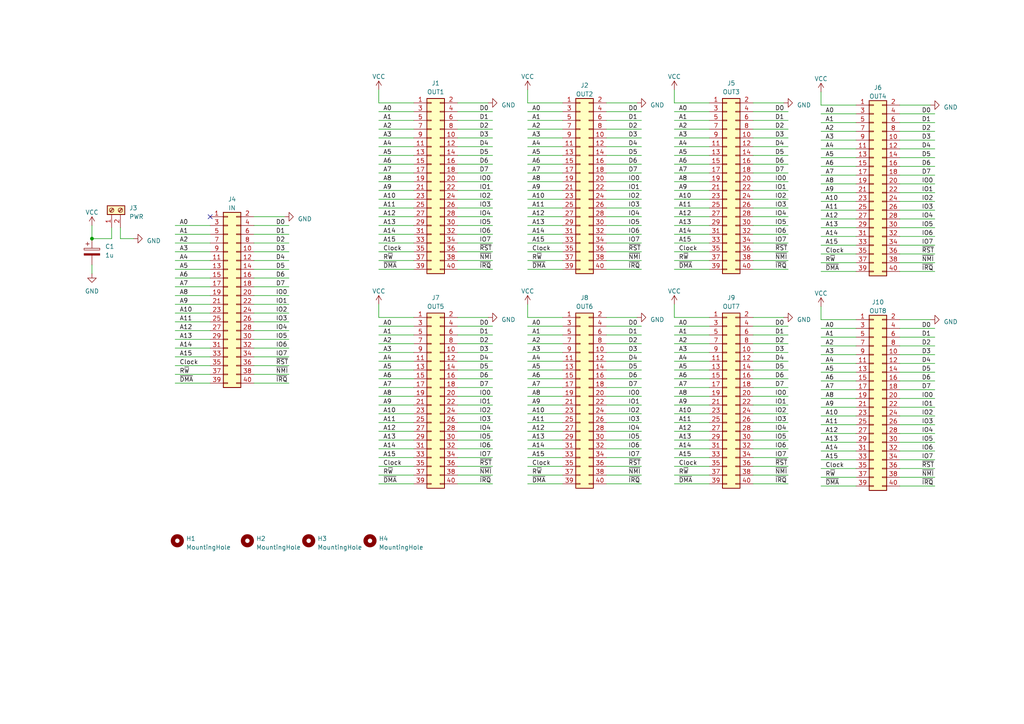
<source format=kicad_sch>
(kicad_sch (version 20230121) (generator eeschema)
  (paper "A4")
  (lib_symbols
    (symbol "Connector:Screw_Terminal_01x02" (pin_names (offset 1.016) hide)
      (property "Reference" "J" (at 0 2.54 0))
      (property "Value" "Screw_Terminal_01x02" (at 0 -5.08 0))
      (symbol "Screw_Terminal_01x02_1_1"
        (rectangle (start -1.27 1.27) (end 1.27 -3.81) (stroke (width 0.254)) (fill (type background)))
        (circle (center 0 -2.54) (radius 0.635) (stroke (width 0.1524)))
        (polyline (pts (xy -0.5334 -2.2098) (xy 0.3302 -3.048)) (stroke (width 0.1524)))
        (polyline (pts (xy -0.5334 0.3302) (xy 0.3302 -0.508)) (stroke (width 0.1524)))
        (polyline (pts (xy -0.3556 -2.032) (xy 0.508 -2.8702)) (stroke (width 0.1524)))
        (polyline (pts (xy -0.3556 0.508) (xy 0.508 -0.3302)) (stroke (width 0.1524)))
        (circle (center 0 0) (radius 0.635) (stroke (width 0.1524)))
        (pin passive line (at -5.08 0 0) (length 3.81) (name "Pin_1") (number "1"))
        (pin passive line (at -5.08 -2.54 0) (length 3.81) (name "Pin_2") (number "2"))
      )
    )
    (symbol "Connector_Generic:Conn_02x20_Odd_Even" (pin_names (offset 1.016) hide)
      (property "Reference" "J" (at 1.27 25.4 0))
      (property "Value" "Conn_02x20_Odd_Even" (at 1.27 -27.94 0))
      (symbol "Conn_02x20_Odd_Even_1_1"
        (rectangle (start -1.27 -25.273) (end 0 -25.527) (stroke (width 0.1524)))
        (rectangle (start -1.27 -22.733) (end 0 -22.987) (stroke (width 0.1524)))
        (rectangle (start -1.27 -20.193) (end 0 -20.447) (stroke (width 0.1524)))
        (rectangle (start -1.27 -17.653) (end 0 -17.907) (stroke (width 0.1524)))
        (rectangle (start -1.27 -15.113) (end 0 -15.367) (stroke (width 0.1524)))
        (rectangle (start -1.27 -12.573) (end 0 -12.827) (stroke (width 0.1524)))
        (rectangle (start -1.27 -10.033) (end 0 -10.287) (stroke (width 0.1524)))
        (rectangle (start -1.27 -7.493) (end 0 -7.747) (stroke (width 0.1524)))
        (rectangle (start -1.27 -4.953) (end 0 -5.207) (stroke (width 0.1524)))
        (rectangle (start -1.27 -2.413) (end 0 -2.667) (stroke (width 0.1524)))
        (rectangle (start -1.27 0.127) (end 0 -0.127) (stroke (width 0.1524)))
        (rectangle (start -1.27 2.667) (end 0 2.413) (stroke (width 0.1524)))
        (rectangle (start -1.27 5.207) (end 0 4.953) (stroke (width 0.1524)))
        (rectangle (start -1.27 7.747) (end 0 7.493) (stroke (width 0.1524)))
        (rectangle (start -1.27 10.287) (end 0 10.033) (stroke (width 0.1524)))
        (rectangle (start -1.27 12.827) (end 0 12.573) (stroke (width 0.1524)))
        (rectangle (start -1.27 15.367) (end 0 15.113) (stroke (width 0.1524)))
        (rectangle (start -1.27 17.907) (end 0 17.653) (stroke (width 0.1524)))
        (rectangle (start -1.27 20.447) (end 0 20.193) (stroke (width 0.1524)))
        (rectangle (start -1.27 22.987) (end 0 22.733) (stroke (width 0.1524)))
        (rectangle (start -1.27 24.13) (end 3.81 -26.67) (stroke (width 0.254)) (fill (type background)))
        (rectangle (start 3.81 -25.273) (end 2.54 -25.527) (stroke (width 0.1524)))
        (rectangle (start 3.81 -22.733) (end 2.54 -22.987) (stroke (width 0.1524)))
        (rectangle (start 3.81 -20.193) (end 2.54 -20.447) (stroke (width 0.1524)))
        (rectangle (start 3.81 -17.653) (end 2.54 -17.907) (stroke (width 0.1524)))
        (rectangle (start 3.81 -15.113) (end 2.54 -15.367) (stroke (width 0.1524)))
        (rectangle (start 3.81 -12.573) (end 2.54 -12.827) (stroke (width 0.1524)))
        (rectangle (start 3.81 -10.033) (end 2.54 -10.287) (stroke (width 0.1524)))
        (rectangle (start 3.81 -7.493) (end 2.54 -7.747) (stroke (width 0.1524)))
        (rectangle (start 3.81 -4.953) (end 2.54 -5.207) (stroke (width 0.1524)))
        (rectangle (start 3.81 -2.413) (end 2.54 -2.667) (stroke (width 0.1524)))
        (rectangle (start 3.81 0.127) (end 2.54 -0.127) (stroke (width 0.1524)))
        (rectangle (start 3.81 2.667) (end 2.54 2.413) (stroke (width 0.1524)))
        (rectangle (start 3.81 5.207) (end 2.54 4.953) (stroke (width 0.1524)))
        (rectangle (start 3.81 7.747) (end 2.54 7.493) (stroke (width 0.1524)))
        (rectangle (start 3.81 10.287) (end 2.54 10.033) (stroke (width 0.1524)))
        (rectangle (start 3.81 12.827) (end 2.54 12.573) (stroke (width 0.1524)))
        (rectangle (start 3.81 15.367) (end 2.54 15.113) (stroke (width 0.1524)))
        (rectangle (start 3.81 17.907) (end 2.54 17.653) (stroke (width 0.1524)))
        (rectangle (start 3.81 20.447) (end 2.54 20.193) (stroke (width 0.1524)))
        (rectangle (start 3.81 22.987) (end 2.54 22.733) (stroke (width 0.1524)))
        (pin passive line (at -5.08 22.86 0) (length 3.81) (name "Pin_1") (number "1"))
        (pin passive line (at 7.62 12.7 180) (length 3.81) (name "Pin_10") (number "10"))
        (pin passive line (at -5.08 10.16 0) (length 3.81) (name "Pin_11") (number "11"))
        (pin passive line (at 7.62 10.16 180) (length 3.81) (name "Pin_12") (number "12"))
        (pin passive line (at -5.08 7.62 0) (length 3.81) (name "Pin_13") (number "13"))
        (pin passive line (at 7.62 7.62 180) (length 3.81) (name "Pin_14") (number "14"))
        (pin passive line (at -5.08 5.08 0) (length 3.81) (name "Pin_15") (number "15"))
        (pin passive line (at 7.62 5.08 180) (length 3.81) (name "Pin_16") (number "16"))
        (pin passive line (at -5.08 2.54 0) (length 3.81) (name "Pin_17") (number "17"))
        (pin passive line (at 7.62 2.54 180) (length 3.81) (name "Pin_18") (number "18"))
        (pin passive line (at -5.08 0 0) (length 3.81) (name "Pin_19") (number "19"))
        (pin passive line (at 7.62 22.86 180) (length 3.81) (name "Pin_2") (number "2"))
        (pin passive line (at 7.62 0 180) (length 3.81) (name "Pin_20") (number "20"))
        (pin passive line (at -5.08 -2.54 0) (length 3.81) (name "Pin_21") (number "21"))
        (pin passive line (at 7.62 -2.54 180) (length 3.81) (name "Pin_22") (number "22"))
        (pin passive line (at -5.08 -5.08 0) (length 3.81) (name "Pin_23") (number "23"))
        (pin passive line (at 7.62 -5.08 180) (length 3.81) (name "Pin_24") (number "24"))
        (pin passive line (at -5.08 -7.62 0) (length 3.81) (name "Pin_25") (number "25"))
        (pin passive line (at 7.62 -7.62 180) (length 3.81) (name "Pin_26") (number "26"))
        (pin passive line (at -5.08 -10.16 0) (length 3.81) (name "Pin_27") (number "27"))
        (pin passive line (at 7.62 -10.16 180) (length 3.81) (name "Pin_28") (number "28"))
        (pin passive line (at -5.08 -12.7 0) (length 3.81) (name "Pin_29") (number "29"))
        (pin passive line (at -5.08 20.32 0) (length 3.81) (name "Pin_3") (number "3"))
        (pin passive line (at 7.62 -12.7 180) (length 3.81) (name "Pin_30") (number "30"))
        (pin passive line (at -5.08 -15.24 0) (length 3.81) (name "Pin_31") (number "31"))
        (pin passive line (at 7.62 -15.24 180) (length 3.81) (name "Pin_32") (number "32"))
        (pin passive line (at -5.08 -17.78 0) (length 3.81) (name "Pin_33") (number "33"))
        (pin passive line (at 7.62 -17.78 180) (length 3.81) (name "Pin_34") (number "34"))
        (pin passive line (at -5.08 -20.32 0) (length 3.81) (name "Pin_35") (number "35"))
        (pin passive line (at 7.62 -20.32 180) (length 3.81) (name "Pin_36") (number "36"))
        (pin passive line (at -5.08 -22.86 0) (length 3.81) (name "Pin_37") (number "37"))
        (pin passive line (at 7.62 -22.86 180) (length 3.81) (name "Pin_38") (number "38"))
        (pin passive line (at -5.08 -25.4 0) (length 3.81) (name "Pin_39") (number "39"))
        (pin passive line (at 7.62 20.32 180) (length 3.81) (name "Pin_4") (number "4"))
        (pin passive line (at 7.62 -25.4 180) (length 3.81) (name "Pin_40") (number "40"))
        (pin passive line (at -5.08 17.78 0) (length 3.81) (name "Pin_5") (number "5"))
        (pin passive line (at 7.62 17.78 180) (length 3.81) (name "Pin_6") (number "6"))
        (pin passive line (at -5.08 15.24 0) (length 3.81) (name "Pin_7") (number "7"))
        (pin passive line (at 7.62 15.24 180) (length 3.81) (name "Pin_8") (number "8"))
        (pin passive line (at -5.08 12.7 0) (length 3.81) (name "Pin_9") (number "9"))
      )
    )
    (symbol "Device:C_Polarized" (pin_numbers hide) (pin_names (offset 0.254))
      (property "Reference" "C" (at 0.635 2.54 0))
      (property "Value" "C_Polarized" (at 0.635 -2.54 0))
      (symbol "C_Polarized_0_1"
        (rectangle (start -2.286 0.508) (end 2.286 1.016))
        (polyline (pts (xy -1.778 2.286) (xy -0.762 2.286)))
        (polyline (pts (xy -1.27 2.794) (xy -1.27 1.778)))
        (rectangle (start 2.286 -0.508) (end -2.286 -1.016) (fill (type outline)))
      )
      (symbol "C_Polarized_1_1"
        (pin passive line (at 0 3.81 270) (length 2.794) (name "~") (number "1"))
        (pin passive line (at 0 -3.81 90) (length 2.794) (name "~") (number "2"))
      )
    )
    (symbol "Mechanical:MountingHole" (pin_names (offset 1.016))
      (property "Reference" "H" (at 0 5.08 0))
      (property "Value" "MountingHole" (at 0 3.175 0))
      (symbol "MountingHole_0_1"
        (circle (center 0 0) (radius 1.27) (stroke (width 1.27)))
      )
    )
    (symbol "power:GND" (power) (pin_names (offset 0))
      (property "Value" "GND" (at 0 -3.81 0))
      (symbol "GND_0_1"
        (polyline (pts (xy 0 0) (xy 0 -1.27) (xy 1.27 -1.27) (xy 0 -2.54) (xy -1.27 -1.27) (xy 0 -1.27)))
      )
      (symbol "GND_1_1"
        (pin power_in line (at 0 0 270) (length 0) hide (name "GND") (number "1"))
      )
    )
    (symbol "power:VCC" (power) (pin_names (offset 0))
      (property "Value" "VCC" (at 0 3.81 0))
      (symbol "VCC_0_1"
        (polyline (pts (xy -0.762 1.27) (xy 0 2.54)))
        (polyline (pts (xy 0 0) (xy 0 2.54)))
        (polyline (pts (xy 0 2.54) (xy 0.762 1.27)))
      )
      (symbol "VCC_1_1"
        (pin power_in line (at 0 0 90) (length 0) hide (name "VCC") (number "1"))
      )
    )
  )
  (junction (at 26.67 69.215))
  (no_connect (at 60.96 62.865))
  (wire (pts (xy 238.125 40.64) (xy 248.285 40.64)))
  (wire (pts (xy 132.715 94.615) (xy 142.875 94.615)))
  (wire (pts (xy 175.895 122.555) (xy 186.055 122.555)))
  (wire (pts (xy 73.66 93.345) (xy 83.82 93.345)))
  (wire (pts (xy 218.44 107.315) (xy 228.6 107.315)))
  (wire (pts (xy 195.58 29.845) (xy 205.74 29.845)))
  (wire (pts (xy 175.895 125.095) (xy 186.055 125.095)))
  (wire (pts (xy 195.58 97.155) (xy 205.74 97.155)))
  (wire (pts (xy 260.985 63.5) (xy 271.145 63.5)))
  (wire (pts (xy 195.58 45.085) (xy 205.74 45.085)))
  (wire (pts (xy 195.58 132.715) (xy 205.74 132.715)))
  (wire (pts (xy 109.855 57.785) (xy 120.015 57.785)))
  (wire (pts (xy 175.895 112.395) (xy 186.055 112.395)))
  (wire (pts (xy 153.035 114.935) (xy 163.195 114.935)))
  (wire (pts (xy 218.44 117.475) (xy 228.6 117.475)))
  (wire (pts (xy 132.715 137.795) (xy 142.875 137.795)))
  (wire (pts (xy 184.785 92.075) (xy 175.895 92.075)))
  (wire (pts (xy 238.125 140.97) (xy 248.285 140.97)))
  (wire (pts (xy 109.855 137.795) (xy 120.015 137.795)))
  (wire (pts (xy 73.66 78.105) (xy 83.82 78.105)))
  (wire (pts (xy 50.8 73.025) (xy 60.96 73.025)))
  (wire (pts (xy 218.44 132.715) (xy 228.6 132.715)))
  (wire (pts (xy 50.8 88.265) (xy 60.96 88.265)))
  (wire (pts (xy 153.035 67.945) (xy 163.195 67.945)))
  (wire (pts (xy 218.44 70.485) (xy 228.6 70.485)))
  (wire (pts (xy 132.715 130.175) (xy 142.875 130.175)))
  (wire (pts (xy 195.58 140.335) (xy 205.74 140.335)))
  (wire (pts (xy 260.985 53.34) (xy 271.145 53.34)))
  (wire (pts (xy 132.715 40.005) (xy 142.875 40.005)))
  (wire (pts (xy 238.125 107.95) (xy 248.285 107.95)))
  (wire (pts (xy 260.985 60.96) (xy 271.145 60.96)))
  (wire (pts (xy 109.855 102.235) (xy 120.015 102.235)))
  (wire (pts (xy 195.58 107.315) (xy 205.74 107.315)))
  (wire (pts (xy 26.67 69.215) (xy 32.385 69.215)))
  (wire (pts (xy 109.855 122.555) (xy 120.015 122.555)))
  (wire (pts (xy 260.985 123.19) (xy 271.145 123.19)))
  (wire (pts (xy 238.125 100.33) (xy 248.285 100.33)))
  (wire (pts (xy 50.8 95.885) (xy 60.96 95.885)))
  (wire (pts (xy 50.8 106.045) (xy 60.96 106.045)))
  (wire (pts (xy 238.125 130.81) (xy 248.285 130.81)))
  (wire (pts (xy 73.66 111.125) (xy 83.82 111.125)))
  (wire (pts (xy 175.895 34.925) (xy 186.055 34.925)))
  (wire (pts (xy 132.715 45.085) (xy 142.875 45.085)))
  (wire (pts (xy 175.895 130.175) (xy 186.055 130.175)))
  (wire (pts (xy 260.985 55.88) (xy 271.145 55.88)))
  (wire (pts (xy 238.125 26.67) (xy 238.125 30.48)))
  (wire (pts (xy 175.895 97.155) (xy 186.055 97.155)))
  (wire (pts (xy 153.035 140.335) (xy 163.195 140.335)))
  (wire (pts (xy 175.895 47.625) (xy 186.055 47.625)))
  (wire (pts (xy 195.58 73.025) (xy 205.74 73.025)))
  (wire (pts (xy 218.44 47.625) (xy 228.6 47.625)))
  (wire (pts (xy 175.895 135.255) (xy 186.055 135.255)))
  (wire (pts (xy 175.895 73.025) (xy 186.055 73.025)))
  (wire (pts (xy 260.985 33.02) (xy 271.145 33.02)))
  (wire (pts (xy 175.895 62.865) (xy 186.055 62.865)))
  (wire (pts (xy 73.66 106.045) (xy 83.82 106.045)))
  (wire (pts (xy 109.855 45.085) (xy 120.015 45.085)))
  (wire (pts (xy 238.125 97.79) (xy 248.285 97.79)))
  (wire (pts (xy 238.125 76.2) (xy 248.285 76.2)))
  (wire (pts (xy 238.125 50.8) (xy 248.285 50.8)))
  (wire (pts (xy 175.895 132.715) (xy 186.055 132.715)))
  (wire (pts (xy 73.66 70.485) (xy 83.82 70.485)))
  (wire (pts (xy 175.895 37.465) (xy 186.055 37.465)))
  (wire (pts (xy 218.44 94.615) (xy 228.6 94.615)))
  (wire (pts (xy 153.035 34.925) (xy 163.195 34.925)))
  (wire (pts (xy 132.715 97.155) (xy 142.875 97.155)))
  (wire (pts (xy 218.44 37.465) (xy 228.6 37.465)))
  (wire (pts (xy 153.035 78.105) (xy 163.195 78.105)))
  (wire (pts (xy 175.895 75.565) (xy 186.055 75.565)))
  (wire (pts (xy 175.895 117.475) (xy 186.055 117.475)))
  (wire (pts (xy 260.985 118.11) (xy 271.145 118.11)))
  (wire (pts (xy 195.58 117.475) (xy 205.74 117.475)))
  (wire (pts (xy 218.44 125.095) (xy 228.6 125.095)))
  (wire (pts (xy 175.895 102.235) (xy 186.055 102.235)))
  (wire (pts (xy 195.58 75.565) (xy 205.74 75.565)))
  (wire (pts (xy 260.985 58.42) (xy 271.145 58.42)))
  (wire (pts (xy 153.035 137.795) (xy 163.195 137.795)))
  (wire (pts (xy 195.58 55.245) (xy 205.74 55.245)))
  (wire (pts (xy 238.125 115.57) (xy 248.285 115.57)))
  (wire (pts (xy 153.035 112.395) (xy 163.195 112.395)))
  (wire (pts (xy 218.44 62.865) (xy 228.6 62.865)))
  (wire (pts (xy 50.8 83.185) (xy 60.96 83.185)))
  (wire (pts (xy 34.925 69.215) (xy 38.735 69.215)))
  (wire (pts (xy 195.58 70.485) (xy 205.74 70.485)))
  (wire (pts (xy 238.125 138.43) (xy 248.285 138.43)))
  (wire (pts (xy 153.035 26.035) (xy 153.035 29.845)))
  (wire (pts (xy 260.985 105.41) (xy 271.145 105.41)))
  (wire (pts (xy 260.985 66.04) (xy 271.145 66.04)))
  (wire (pts (xy 132.715 73.025) (xy 142.875 73.025)))
  (wire (pts (xy 82.55 62.865) (xy 73.66 62.865)))
  (wire (pts (xy 132.715 47.625) (xy 142.875 47.625)))
  (wire (pts (xy 195.58 112.395) (xy 205.74 112.395)))
  (wire (pts (xy 195.58 32.385) (xy 205.74 32.385)))
  (wire (pts (xy 132.715 78.105) (xy 142.875 78.105)))
  (wire (pts (xy 132.715 55.245) (xy 142.875 55.245)))
  (wire (pts (xy 260.985 110.49) (xy 271.145 110.49)))
  (wire (pts (xy 73.66 98.425) (xy 83.82 98.425)))
  (wire (pts (xy 218.44 32.385) (xy 228.6 32.385)))
  (wire (pts (xy 260.985 95.25) (xy 271.145 95.25)))
  (wire (pts (xy 132.715 60.325) (xy 142.875 60.325)))
  (wire (pts (xy 153.035 70.485) (xy 163.195 70.485)))
  (wire (pts (xy 109.855 37.465) (xy 120.015 37.465)))
  (wire (pts (xy 260.985 73.66) (xy 271.145 73.66)))
  (wire (pts (xy 175.895 114.935) (xy 186.055 114.935)))
  (wire (pts (xy 153.035 32.385) (xy 163.195 32.385)))
  (wire (pts (xy 153.035 122.555) (xy 163.195 122.555)))
  (wire (pts (xy 109.855 112.395) (xy 120.015 112.395)))
  (wire (pts (xy 238.125 95.25) (xy 248.285 95.25)))
  (wire (pts (xy 195.58 37.465) (xy 205.74 37.465)))
  (wire (pts (xy 238.125 118.11) (xy 248.285 118.11)))
  (wire (pts (xy 153.035 88.265) (xy 153.035 92.075)))
  (wire (pts (xy 195.58 130.175) (xy 205.74 130.175)))
  (wire (pts (xy 218.44 52.705) (xy 228.6 52.705)))
  (wire (pts (xy 195.58 125.095) (xy 205.74 125.095)))
  (wire (pts (xy 218.44 99.695) (xy 228.6 99.695)))
  (wire (pts (xy 132.715 67.945) (xy 142.875 67.945)))
  (wire (pts (xy 141.605 29.845) (xy 132.715 29.845)))
  (wire (pts (xy 132.715 75.565) (xy 142.875 75.565)))
  (wire (pts (xy 26.67 79.375) (xy 26.67 76.835)))
  (wire (pts (xy 175.895 70.485) (xy 186.055 70.485)))
  (wire (pts (xy 260.985 138.43) (xy 271.145 138.43)))
  (wire (pts (xy 175.895 78.105) (xy 186.055 78.105)))
  (wire (pts (xy 227.33 92.075) (xy 218.44 92.075)))
  (wire (pts (xy 132.715 117.475) (xy 142.875 117.475)))
  (wire (pts (xy 50.8 98.425) (xy 60.96 98.425)))
  (wire (pts (xy 195.58 99.695) (xy 205.74 99.695)))
  (wire (pts (xy 73.66 90.805) (xy 83.82 90.805)))
  (wire (pts (xy 50.8 103.505) (xy 60.96 103.505)))
  (wire (pts (xy 218.44 112.395) (xy 228.6 112.395)))
  (wire (pts (xy 132.715 107.315) (xy 142.875 107.315)))
  (wire (pts (xy 132.715 37.465) (xy 142.875 37.465)))
  (wire (pts (xy 109.855 50.165) (xy 120.015 50.165)))
  (wire (pts (xy 195.58 42.545) (xy 205.74 42.545)))
  (wire (pts (xy 218.44 140.335) (xy 228.6 140.335)))
  (wire (pts (xy 109.855 92.075) (xy 120.015 92.075)))
  (wire (pts (xy 260.985 135.89) (xy 271.145 135.89)))
  (wire (pts (xy 50.8 90.805) (xy 60.96 90.805)))
  (wire (pts (xy 175.895 137.795) (xy 186.055 137.795)))
  (wire (pts (xy 175.895 104.775) (xy 186.055 104.775)))
  (wire (pts (xy 153.035 73.025) (xy 163.195 73.025)))
  (wire (pts (xy 132.715 132.715) (xy 142.875 132.715)))
  (wire (pts (xy 238.125 63.5) (xy 248.285 63.5)))
  (wire (pts (xy 153.035 97.155) (xy 163.195 97.155)))
  (wire (pts (xy 153.035 109.855) (xy 163.195 109.855)))
  (wire (pts (xy 132.715 57.785) (xy 142.875 57.785)))
  (wire (pts (xy 218.44 42.545) (xy 228.6 42.545)))
  (wire (pts (xy 195.58 92.075) (xy 205.74 92.075)))
  (wire (pts (xy 109.855 62.865) (xy 120.015 62.865)))
  (wire (pts (xy 73.66 83.185) (xy 83.82 83.185)))
  (wire (pts (xy 175.895 42.545) (xy 186.055 42.545)))
  (wire (pts (xy 26.67 69.215) (xy 26.67 65.405)))
  (wire (pts (xy 109.855 140.335) (xy 120.015 140.335)))
  (wire (pts (xy 50.8 75.565) (xy 60.96 75.565)))
  (wire (pts (xy 109.855 120.015) (xy 120.015 120.015)))
  (wire (pts (xy 109.855 88.265) (xy 109.855 92.075)))
  (wire (pts (xy 175.895 50.165) (xy 186.055 50.165)))
  (wire (pts (xy 73.66 95.885) (xy 83.82 95.885)))
  (wire (pts (xy 238.125 92.71) (xy 248.285 92.71)))
  (wire (pts (xy 132.715 62.865) (xy 142.875 62.865)))
  (wire (pts (xy 109.855 42.545) (xy 120.015 42.545)))
  (wire (pts (xy 132.715 140.335) (xy 142.875 140.335)))
  (wire (pts (xy 195.58 94.615) (xy 205.74 94.615)))
  (wire (pts (xy 132.715 34.925) (xy 142.875 34.925)))
  (wire (pts (xy 109.855 99.695) (xy 120.015 99.695)))
  (wire (pts (xy 195.58 57.785) (xy 205.74 57.785)))
  (wire (pts (xy 238.125 78.74) (xy 248.285 78.74)))
  (wire (pts (xy 73.66 100.965) (xy 83.82 100.965)))
  (wire (pts (xy 175.895 65.405) (xy 186.055 65.405)))
  (wire (pts (xy 218.44 75.565) (xy 228.6 75.565)))
  (wire (pts (xy 195.58 104.775) (xy 205.74 104.775)))
  (wire (pts (xy 218.44 122.555) (xy 228.6 122.555)))
  (wire (pts (xy 153.035 107.315) (xy 163.195 107.315)))
  (wire (pts (xy 50.8 70.485) (xy 60.96 70.485)))
  (wire (pts (xy 238.125 71.12) (xy 248.285 71.12)))
  (wire (pts (xy 34.925 66.04) (xy 34.925 69.215)))
  (wire (pts (xy 195.58 102.235) (xy 205.74 102.235)))
  (wire (pts (xy 195.58 78.105) (xy 205.74 78.105)))
  (wire (pts (xy 195.58 50.165) (xy 205.74 50.165)))
  (wire (pts (xy 218.44 137.795) (xy 228.6 137.795)))
  (wire (pts (xy 153.035 65.405) (xy 163.195 65.405)))
  (wire (pts (xy 175.895 40.005) (xy 186.055 40.005)))
  (wire (pts (xy 260.985 130.81) (xy 271.145 130.81)))
  (wire (pts (xy 132.715 70.485) (xy 142.875 70.485)))
  (wire (pts (xy 109.855 104.775) (xy 120.015 104.775)))
  (wire (pts (xy 238.125 45.72) (xy 248.285 45.72)))
  (wire (pts (xy 153.035 99.695) (xy 163.195 99.695)))
  (wire (pts (xy 260.985 48.26) (xy 271.145 48.26)))
  (wire (pts (xy 153.035 132.715) (xy 163.195 132.715)))
  (wire (pts (xy 195.58 109.855) (xy 205.74 109.855)))
  (wire (pts (xy 195.58 34.925) (xy 205.74 34.925)))
  (wire (pts (xy 132.715 52.705) (xy 142.875 52.705)))
  (wire (pts (xy 260.985 113.03) (xy 271.145 113.03)))
  (wire (pts (xy 260.985 102.87) (xy 271.145 102.87)))
  (wire (pts (xy 260.985 115.57) (xy 271.145 115.57)))
  (wire (pts (xy 153.035 125.095) (xy 163.195 125.095)))
  (wire (pts (xy 73.66 75.565) (xy 83.82 75.565)))
  (wire (pts (xy 175.895 127.635) (xy 186.055 127.635)))
  (wire (pts (xy 175.895 60.325) (xy 186.055 60.325)))
  (wire (pts (xy 238.125 33.02) (xy 248.285 33.02)))
  (wire (pts (xy 141.605 92.075) (xy 132.715 92.075)))
  (wire (pts (xy 238.125 68.58) (xy 248.285 68.58)))
  (wire (pts (xy 175.895 55.245) (xy 186.055 55.245)))
  (wire (pts (xy 260.985 140.97) (xy 271.145 140.97)))
  (wire (pts (xy 109.855 40.005) (xy 120.015 40.005)))
  (wire (pts (xy 260.985 133.35) (xy 271.145 133.35)))
  (wire (pts (xy 132.715 99.695) (xy 142.875 99.695)))
  (wire (pts (xy 175.895 99.695) (xy 186.055 99.695)))
  (wire (pts (xy 73.66 103.505) (xy 83.82 103.505)))
  (wire (pts (xy 132.715 102.235) (xy 142.875 102.235)))
  (wire (pts (xy 238.125 53.34) (xy 248.285 53.34)))
  (wire (pts (xy 109.855 127.635) (xy 120.015 127.635)))
  (wire (pts (xy 153.035 57.785) (xy 163.195 57.785)))
  (wire (pts (xy 260.985 45.72) (xy 271.145 45.72)))
  (wire (pts (xy 153.035 135.255) (xy 163.195 135.255)))
  (wire (pts (xy 109.855 29.845) (xy 120.015 29.845)))
  (wire (pts (xy 175.895 32.385) (xy 186.055 32.385)))
  (wire (pts (xy 260.985 35.56) (xy 271.145 35.56)))
  (wire (pts (xy 260.985 76.2) (xy 271.145 76.2)))
  (wire (pts (xy 195.58 135.255) (xy 205.74 135.255)))
  (wire (pts (xy 238.125 123.19) (xy 248.285 123.19)))
  (wire (pts (xy 260.985 38.1) (xy 271.145 38.1)))
  (wire (pts (xy 195.58 67.945) (xy 205.74 67.945)))
  (wire (pts (xy 195.58 47.625) (xy 205.74 47.625)))
  (wire (pts (xy 175.895 67.945) (xy 186.055 67.945)))
  (wire (pts (xy 109.855 73.025) (xy 120.015 73.025)))
  (wire (pts (xy 195.58 114.935) (xy 205.74 114.935)))
  (wire (pts (xy 238.125 58.42) (xy 248.285 58.42)))
  (wire (pts (xy 109.855 97.155) (xy 120.015 97.155)))
  (wire (pts (xy 50.8 80.645) (xy 60.96 80.645)))
  (wire (pts (xy 218.44 45.085) (xy 228.6 45.085)))
  (wire (pts (xy 238.125 38.1) (xy 248.285 38.1)))
  (wire (pts (xy 238.125 43.18) (xy 248.285 43.18)))
  (wire (pts (xy 109.855 109.855) (xy 120.015 109.855)))
  (wire (pts (xy 260.985 50.8) (xy 271.145 50.8)))
  (wire (pts (xy 50.8 65.405) (xy 60.96 65.405)))
  (wire (pts (xy 175.895 140.335) (xy 186.055 140.335)))
  (wire (pts (xy 109.855 34.925) (xy 120.015 34.925)))
  (wire (pts (xy 132.715 125.095) (xy 142.875 125.095)))
  (wire (pts (xy 218.44 60.325) (xy 228.6 60.325)))
  (wire (pts (xy 195.58 88.265) (xy 195.58 92.075)))
  (wire (pts (xy 109.855 94.615) (xy 120.015 94.615)))
  (wire (pts (xy 238.125 30.48) (xy 248.285 30.48)))
  (wire (pts (xy 218.44 78.105) (xy 228.6 78.105)))
  (wire (pts (xy 153.035 117.475) (xy 163.195 117.475)))
  (wire (pts (xy 132.715 104.775) (xy 142.875 104.775)))
  (wire (pts (xy 218.44 67.945) (xy 228.6 67.945)))
  (wire (pts (xy 238.125 66.04) (xy 248.285 66.04)))
  (wire (pts (xy 269.875 30.48) (xy 260.985 30.48)))
  (wire (pts (xy 195.58 60.325) (xy 205.74 60.325)))
  (wire (pts (xy 153.035 92.075) (xy 163.195 92.075)))
  (wire (pts (xy 153.035 52.705) (xy 163.195 52.705)))
  (wire (pts (xy 218.44 65.405) (xy 228.6 65.405)))
  (wire (pts (xy 109.855 107.315) (xy 120.015 107.315)))
  (wire (pts (xy 109.855 55.245) (xy 120.015 55.245)))
  (wire (pts (xy 50.8 85.725) (xy 60.96 85.725)))
  (wire (pts (xy 50.8 67.945) (xy 60.96 67.945)))
  (wire (pts (xy 195.58 40.005) (xy 205.74 40.005)))
  (wire (pts (xy 153.035 40.005) (xy 163.195 40.005)))
  (wire (pts (xy 260.985 120.65) (xy 271.145 120.65)))
  (wire (pts (xy 153.035 127.635) (xy 163.195 127.635)))
  (wire (pts (xy 32.385 66.04) (xy 32.385 69.215)))
  (wire (pts (xy 238.125 88.9) (xy 238.125 92.71)))
  (wire (pts (xy 109.855 125.095) (xy 120.015 125.095)))
  (wire (pts (xy 109.855 135.255) (xy 120.015 135.255)))
  (wire (pts (xy 175.895 57.785) (xy 186.055 57.785)))
  (wire (pts (xy 195.58 62.865) (xy 205.74 62.865)))
  (wire (pts (xy 153.035 45.085) (xy 163.195 45.085)))
  (wire (pts (xy 109.855 70.485) (xy 120.015 70.485)))
  (wire (pts (xy 238.125 135.89) (xy 248.285 135.89)))
  (wire (pts (xy 132.715 109.855) (xy 142.875 109.855)))
  (wire (pts (xy 269.875 92.71) (xy 260.985 92.71)))
  (wire (pts (xy 50.8 100.965) (xy 60.96 100.965)))
  (wire (pts (xy 218.44 130.175) (xy 228.6 130.175)))
  (wire (pts (xy 50.8 93.345) (xy 60.96 93.345)))
  (wire (pts (xy 218.44 55.245) (xy 228.6 55.245)))
  (wire (pts (xy 218.44 57.785) (xy 228.6 57.785)))
  (wire (pts (xy 238.125 133.35) (xy 248.285 133.35)))
  (wire (pts (xy 153.035 120.015) (xy 163.195 120.015)))
  (wire (pts (xy 218.44 135.255) (xy 228.6 135.255)))
  (wire (pts (xy 132.715 127.635) (xy 142.875 127.635)))
  (wire (pts (xy 132.715 65.405) (xy 142.875 65.405)))
  (wire (pts (xy 109.855 75.565) (xy 120.015 75.565)))
  (wire (pts (xy 73.66 88.265) (xy 83.82 88.265)))
  (wire (pts (xy 218.44 104.775) (xy 228.6 104.775)))
  (wire (pts (xy 109.855 67.945) (xy 120.015 67.945)))
  (wire (pts (xy 238.125 102.87) (xy 248.285 102.87)))
  (wire (pts (xy 238.125 120.65) (xy 248.285 120.65)))
  (wire (pts (xy 238.125 73.66) (xy 248.285 73.66)))
  (wire (pts (xy 175.895 120.015) (xy 186.055 120.015)))
  (wire (pts (xy 153.035 50.165) (xy 163.195 50.165)))
  (wire (pts (xy 238.125 35.56) (xy 248.285 35.56)))
  (wire (pts (xy 195.58 137.795) (xy 205.74 137.795)))
  (wire (pts (xy 109.855 114.935) (xy 120.015 114.935)))
  (wire (pts (xy 73.66 73.025) (xy 83.82 73.025)))
  (wire (pts (xy 132.715 114.935) (xy 142.875 114.935)))
  (wire (pts (xy 260.985 71.12) (xy 271.145 71.12)))
  (wire (pts (xy 153.035 75.565) (xy 163.195 75.565)))
  (wire (pts (xy 260.985 107.95) (xy 271.145 107.95)))
  (wire (pts (xy 109.855 117.475) (xy 120.015 117.475)))
  (wire (pts (xy 109.855 78.105) (xy 120.015 78.105)))
  (wire (pts (xy 238.125 105.41) (xy 248.285 105.41)))
  (wire (pts (xy 50.8 111.125) (xy 60.96 111.125)))
  (wire (pts (xy 132.715 112.395) (xy 142.875 112.395)))
  (wire (pts (xy 195.58 120.015) (xy 205.74 120.015)))
  (wire (pts (xy 153.035 55.245) (xy 163.195 55.245)))
  (wire (pts (xy 218.44 102.235) (xy 228.6 102.235)))
  (wire (pts (xy 184.785 29.845) (xy 175.895 29.845)))
  (wire (pts (xy 153.035 102.235) (xy 163.195 102.235)))
  (wire (pts (xy 227.33 29.845) (xy 218.44 29.845)))
  (wire (pts (xy 109.855 32.385) (xy 120.015 32.385)))
  (wire (pts (xy 218.44 40.005) (xy 228.6 40.005)))
  (wire (pts (xy 109.855 26.035) (xy 109.855 29.845)))
  (wire (pts (xy 175.895 45.085) (xy 186.055 45.085)))
  (wire (pts (xy 260.985 100.33) (xy 271.145 100.33)))
  (wire (pts (xy 260.985 43.18) (xy 271.145 43.18)))
  (wire (pts (xy 50.8 108.585) (xy 60.96 108.585)))
  (wire (pts (xy 218.44 50.165) (xy 228.6 50.165)))
  (wire (pts (xy 153.035 29.845) (xy 163.195 29.845)))
  (wire (pts (xy 195.58 122.555) (xy 205.74 122.555)))
  (wire (pts (xy 175.895 107.315) (xy 186.055 107.315)))
  (wire (pts (xy 109.855 47.625) (xy 120.015 47.625)))
  (wire (pts (xy 195.58 52.705) (xy 205.74 52.705)))
  (wire (pts (xy 132.715 32.385) (xy 142.875 32.385)))
  (wire (pts (xy 195.58 26.035) (xy 195.58 29.845)))
  (wire (pts (xy 260.985 128.27) (xy 271.145 128.27)))
  (wire (pts (xy 109.855 132.715) (xy 120.015 132.715)))
  (wire (pts (xy 153.035 47.625) (xy 163.195 47.625)))
  (wire (pts (xy 175.895 94.615) (xy 186.055 94.615)))
  (wire (pts (xy 109.855 130.175) (xy 120.015 130.175)))
  (wire (pts (xy 238.125 125.73) (xy 248.285 125.73)))
  (wire (pts (xy 109.855 60.325) (xy 120.015 60.325)))
  (wire (pts (xy 73.66 65.405) (xy 83.82 65.405)))
  (wire (pts (xy 73.66 80.645) (xy 83.82 80.645)))
  (wire (pts (xy 218.44 109.855) (xy 228.6 109.855)))
  (wire (pts (xy 73.66 67.945) (xy 83.82 67.945)))
  (wire (pts (xy 218.44 127.635) (xy 228.6 127.635)))
  (wire (pts (xy 218.44 114.935) (xy 228.6 114.935)))
  (wire (pts (xy 260.985 125.73) (xy 271.145 125.73)))
  (wire (pts (xy 260.985 40.64) (xy 271.145 40.64)))
  (wire (pts (xy 153.035 130.175) (xy 163.195 130.175)))
  (wire (pts (xy 238.125 110.49) (xy 248.285 110.49)))
  (wire (pts (xy 195.58 127.635) (xy 205.74 127.635)))
  (wire (pts (xy 238.125 48.26) (xy 248.285 48.26)))
  (wire (pts (xy 175.895 52.705) (xy 186.055 52.705)))
  (wire (pts (xy 238.125 113.03) (xy 248.285 113.03)))
  (wire (pts (xy 218.44 97.155) (xy 228.6 97.155)))
  (wire (pts (xy 153.035 60.325) (xy 163.195 60.325)))
  (wire (pts (xy 238.125 60.96) (xy 248.285 60.96)))
  (wire (pts (xy 260.985 97.79) (xy 271.145 97.79)))
  (wire (pts (xy 153.035 104.775) (xy 163.195 104.775)))
  (wire (pts (xy 175.895 109.855) (xy 186.055 109.855)))
  (wire (pts (xy 50.8 78.105) (xy 60.96 78.105)))
  (wire (pts (xy 153.035 37.465) (xy 163.195 37.465)))
  (wire (pts (xy 260.985 68.58) (xy 271.145 68.58)))
  (wire (pts (xy 109.855 52.705) (xy 120.015 52.705)))
  (wire (pts (xy 195.58 65.405) (xy 205.74 65.405)))
  (wire (pts (xy 153.035 42.545) (xy 163.195 42.545)))
  (wire (pts (xy 238.125 55.88) (xy 248.285 55.88)))
  (wire (pts (xy 218.44 34.925) (xy 228.6 34.925)))
  (wire (pts (xy 153.035 94.615) (xy 163.195 94.615)))
  (wire (pts (xy 132.715 122.555) (xy 142.875 122.555)))
  (wire (pts (xy 218.44 73.025) (xy 228.6 73.025)))
  (wire (pts (xy 153.035 62.865) (xy 163.195 62.865)))
  (wire (pts (xy 260.985 78.74) (xy 271.145 78.74)))
  (wire (pts (xy 132.715 42.545) (xy 142.875 42.545)))
  (wire (pts (xy 109.855 65.405) (xy 120.015 65.405)))
  (wire (pts (xy 132.715 50.165) (xy 142.875 50.165)))
  (wire (pts (xy 132.715 135.255) (xy 142.875 135.255)))
  (wire (pts (xy 218.44 120.015) (xy 228.6 120.015)))
  (wire (pts (xy 238.125 128.27) (xy 248.285 128.27)))
  (wire (pts (xy 73.66 85.725) (xy 83.82 85.725)))
  (wire (pts (xy 132.715 120.015) (xy 142.875 120.015)))
  (wire (pts (xy 73.66 108.585) (xy 83.82 108.585)))
  (label "A7" (at 196.85 112.395 0))
  (label "D2" (at 224.79 37.465 0))
  (label "D5" (at 182.245 107.315 0))
  (label "Clock" (at 239.395 135.89 0))
  (label "A1" (at 154.305 34.925 0))
  (label "A7" (at 239.395 50.8 0))
  (label "A2" (at 196.85 37.465 0))
  (label "A3" (at 239.395 40.64 0))
  (label "~{IRQ}" (at 139.065 140.335 0))
  (label "D5" (at 267.335 107.95 0))
  (label "A13" (at 154.305 127.635 0))
  (label "D0" (at 139.065 32.385 0))
  (label "R~{W}" (at 111.125 75.565 0))
  (label "~{RST}" (at 267.335 135.89 0))
  (label "~{DMA}" (at 111.125 78.105 0))
  (label "A8" (at 239.395 115.57 0))
  (label "~{NMI}" (at 224.79 75.565 0))
  (label "IO1" (at 182.245 55.245 0))
  (label "A0" (at 239.395 33.02 0))
  (label "D7" (at 139.065 50.165 0))
  (label "A3" (at 196.85 102.235 0))
  (label "A15" (at 239.395 133.35 0))
  (label "D7" (at 224.79 112.395 0))
  (label "A13" (at 111.125 127.635 0))
  (label "IO3" (at 224.79 60.325 0))
  (label "A7" (at 154.305 50.165 0))
  (label "IO7" (at 224.79 70.485 0))
  (label "IO5" (at 80.01 98.425 0))
  (label "Clock" (at 52.07 106.045 0))
  (label "A8" (at 52.07 85.725 0))
  (label "D7" (at 182.245 112.395 0))
  (label "IO0" (at 139.065 114.935 0))
  (label "~{IRQ}" (at 80.01 111.125 0))
  (label "~{DMA}" (at 239.395 78.74 0))
  (label "~{DMA}" (at 154.305 78.105 0))
  (label "~{RST}" (at 224.79 135.255 0))
  (label "D2" (at 182.245 37.465 0))
  (label "D7" (at 182.245 50.165 0))
  (label "D3" (at 267.335 102.87 0))
  (label "~{RST}" (at 139.065 135.255 0))
  (label "D6" (at 224.79 47.625 0))
  (label "IO0" (at 224.79 52.705 0))
  (label "A1" (at 111.125 34.925 0))
  (label "D2" (at 267.335 38.1 0))
  (label "IO5" (at 267.335 128.27 0))
  (label "A3" (at 111.125 40.005 0))
  (label "D0" (at 224.79 94.615 0))
  (label "A0" (at 196.85 94.615 0))
  (label "A10" (at 196.85 120.015 0))
  (label "D0" (at 267.335 95.25 0))
  (label "D0" (at 224.79 32.385 0))
  (label "Clock" (at 196.85 135.255 0))
  (label "R~{W}" (at 196.85 137.795 0))
  (label "D2" (at 80.01 70.485 0))
  (label "R~{W}" (at 196.85 75.565 0))
  (label "D5" (at 224.79 45.085 0))
  (label "IO3" (at 139.065 60.325 0))
  (label "D1" (at 139.065 97.155 0))
  (label "D4" (at 80.01 75.565 0))
  (label "A14" (at 239.395 130.81 0))
  (label "Clock" (at 196.85 73.025 0))
  (label "D6" (at 182.245 47.625 0))
  (label "~{DMA}" (at 239.395 140.97 0))
  (label "D5" (at 267.335 45.72 0))
  (label "D0" (at 80.01 65.405 0))
  (label "IO5" (at 267.335 66.04 0))
  (label "D2" (at 267.335 100.33 0))
  (label "D1" (at 182.245 97.155 0))
  (label "IO1" (at 182.245 117.475 0))
  (label "A10" (at 154.305 120.015 0))
  (label "IO3" (at 182.245 122.555 0))
  (label "IO7" (at 139.065 70.485 0))
  (label "~{IRQ}" (at 139.065 78.105 0))
  (label "D1" (at 224.79 97.155 0))
  (label "R~{W}" (at 239.395 138.43 0))
  (label "D3" (at 267.335 40.64 0))
  (label "A14" (at 111.125 130.175 0))
  (label "IO6" (at 139.065 130.175 0))
  (label "IO0" (at 267.335 115.57 0))
  (label "A7" (at 239.395 113.03 0))
  (label "A12" (at 196.85 125.095 0))
  (label "A10" (at 52.07 90.805 0))
  (label "D2" (at 224.79 99.695 0))
  (label "A9" (at 196.85 55.245 0))
  (label "D2" (at 182.245 99.695 0))
  (label "~{IRQ}" (at 267.335 78.74 0))
  (label "D7" (at 80.01 83.185 0))
  (label "A15" (at 154.305 132.715 0))
  (label "R~{W}" (at 154.305 137.795 0))
  (label "D3" (at 224.79 40.005 0))
  (label "A10" (at 239.395 120.65 0))
  (label "IO0" (at 182.245 52.705 0))
  (label "A8" (at 111.125 114.935 0))
  (label "A5" (at 111.125 107.315 0))
  (label "D5" (at 139.065 45.085 0))
  (label "A4" (at 196.85 42.545 0))
  (label "D4" (at 224.79 104.775 0))
  (label "A12" (at 154.305 62.865 0))
  (label "A14" (at 52.07 100.965 0))
  (label "~{RST}" (at 80.01 106.045 0))
  (label "A2" (at 111.125 99.695 0))
  (label "A10" (at 111.125 57.785 0))
  (label "D2" (at 139.065 99.695 0))
  (label "A9" (at 239.395 55.88 0))
  (label "D3" (at 139.065 40.005 0))
  (label "~{NMI}" (at 224.79 137.795 0))
  (label "Clock" (at 111.125 73.025 0))
  (label "A2" (at 239.395 100.33 0))
  (label "D5" (at 139.065 107.315 0))
  (label "D4" (at 139.065 104.775 0))
  (label "A0" (at 111.125 32.385 0))
  (label "A6" (at 111.125 47.625 0))
  (label "A7" (at 111.125 50.165 0))
  (label "A8" (at 196.85 52.705 0))
  (label "IO4" (at 182.245 62.865 0))
  (label "D7" (at 267.335 113.03 0))
  (label "A2" (at 52.07 70.485 0))
  (label "D1" (at 80.01 67.945 0))
  (label "D5" (at 182.245 45.085 0))
  (label "IO3" (at 80.01 93.345 0))
  (label "A13" (at 154.305 65.405 0))
  (label "A15" (at 111.125 70.485 0))
  (label "~{NMI}" (at 80.01 108.585 0))
  (label "A3" (at 111.125 102.235 0))
  (label "~{RST}" (at 267.335 73.66 0))
  (label "A4" (at 154.305 42.545 0))
  (label "A0" (at 196.85 32.385 0))
  (label "IO7" (at 80.01 103.505 0))
  (label "D6" (at 182.245 109.855 0))
  (label "D1" (at 267.335 97.79 0))
  (label "A4" (at 111.125 104.775 0))
  (label "A9" (at 154.305 117.475 0))
  (label "IO4" (at 267.335 125.73 0))
  (label "IO4" (at 182.245 125.095 0))
  (label "A12" (at 239.395 125.73 0))
  (label "A15" (at 111.125 132.715 0))
  (label "IO1" (at 139.065 117.475 0))
  (label "A11" (at 111.125 60.325 0))
  (label "A15" (at 196.85 132.715 0))
  (label "A0" (at 111.125 94.615 0))
  (label "Clock" (at 154.305 73.025 0))
  (label "A6" (at 239.395 110.49 0))
  (label "A11" (at 239.395 60.96 0))
  (label "IO2" (at 224.79 120.015 0))
  (label "D6" (at 224.79 109.855 0))
  (label "A0" (at 52.07 65.405 0))
  (label "IO2" (at 267.335 58.42 0))
  (label "~{RST}" (at 182.245 135.255 0))
  (label "IO7" (at 182.245 132.715 0))
  (label "A14" (at 154.305 130.175 0))
  (label "A4" (at 239.395 43.18 0))
  (label "A13" (at 239.395 66.04 0))
  (label "IO2" (at 182.245 120.015 0))
  (label "D5" (at 80.01 78.105 0))
  (label "IO6" (at 80.01 100.965 0))
  (label "A4" (at 239.395 105.41 0))
  (label "A4" (at 111.125 42.545 0))
  (label "IO1" (at 224.79 55.245 0))
  (label "IO5" (at 182.245 127.635 0))
  (label "A5" (at 239.395 107.95 0))
  (label "A13" (at 196.85 127.635 0))
  (label "A10" (at 196.85 57.785 0))
  (label "IO4" (at 267.335 63.5 0))
  (label "A5" (at 196.85 45.085 0))
  (label "~{IRQ}" (at 224.79 140.335 0))
  (label "A13" (at 196.85 65.405 0))
  (label "A11" (at 154.305 60.325 0))
  (label "IO1" (at 267.335 55.88 0))
  (label "IO4" (at 224.79 62.865 0))
  (label "IO2" (at 267.335 120.65 0))
  (label "A12" (at 52.07 95.885 0))
  (label "A7" (at 196.85 50.165 0))
  (label "D2" (at 139.065 37.465 0))
  (label "A12" (at 154.305 125.095 0))
  (label "A12" (at 196.85 62.865 0))
  (label "Clock" (at 154.305 135.255 0))
  (label "~{NMI}" (at 182.245 75.565 0))
  (label "A4" (at 154.305 104.775 0))
  (label "D3" (at 182.245 40.005 0))
  (label "D6" (at 267.335 110.49 0))
  (label "A1" (at 52.07 67.945 0))
  (label "IO1" (at 80.01 88.265 0))
  (label "D0" (at 182.245 94.615 0))
  (label "~{IRQ}" (at 182.245 78.105 0))
  (label "A3" (at 154.305 102.235 0))
  (label "D1" (at 224.79 34.925 0))
  (label "~{NMI}" (at 139.065 75.565 0))
  (label "D0" (at 267.335 33.02 0))
  (label "A13" (at 239.395 128.27 0))
  (label "D1" (at 267.335 35.56 0))
  (label "IO7" (at 139.065 132.715 0))
  (label "A15" (at 154.305 70.485 0))
  (label "IO4" (at 80.01 95.885 0))
  (label "~{NMI}" (at 139.065 137.795 0))
  (label "R~{W}" (at 239.395 76.2 0))
  (label "A11" (at 239.395 123.19 0))
  (label "A5" (at 154.305 45.085 0))
  (label "A6" (at 52.07 80.645 0))
  (label "A9" (at 154.305 55.245 0))
  (label "IO5" (at 182.245 65.405 0))
  (label "IO3" (at 139.065 122.555 0))
  (label "A14" (at 111.125 67.945 0))
  (label "A9" (at 111.125 117.475 0))
  (label "IO7" (at 267.335 133.35 0))
  (label "IO7" (at 267.335 71.12 0))
  (label "Clock" (at 239.395 73.66 0))
  (label "A5" (at 154.305 107.315 0))
  (label "D6" (at 267.335 48.26 0))
  (label "A5" (at 239.395 45.72 0))
  (label "IO1" (at 224.79 117.475 0))
  (label "A14" (at 196.85 130.175 0))
  (label "IO2" (at 139.065 57.785 0))
  (label "D3" (at 224.79 102.235 0))
  (label "IO7" (at 182.245 70.485 0))
  (label "IO3" (at 224.79 122.555 0))
  (label "~{RST}" (at 182.245 73.025 0))
  (label "A12" (at 111.125 62.865 0))
  (label "A9" (at 52.07 88.265 0))
  (label "D4" (at 267.335 43.18 0))
  (label "A0" (at 239.395 95.25 0))
  (label "A1" (at 154.305 97.155 0))
  (label "IO4" (at 139.065 62.865 0))
  (label "D3" (at 139.065 102.235 0))
  (label "R~{W}" (at 111.125 137.795 0))
  (label "A1" (at 239.395 97.79 0))
  (label "D6" (at 80.01 80.645 0))
  (label "A3" (at 196.85 40.005 0))
  (label "A4" (at 196.85 104.775 0))
  (label "A11" (at 196.85 122.555 0))
  (label "A1" (at 239.395 35.56 0))
  (label "A3" (at 154.305 40.005 0))
  (label "D4" (at 224.79 42.545 0))
  (label "IO1" (at 267.335 118.11 0))
  (label "A4" (at 52.07 75.565 0))
  (label "IO5" (at 224.79 127.635 0))
  (label "~{DMA}" (at 154.305 140.335 0))
  (label "D4" (at 182.245 104.775 0))
  (label "IO3" (at 267.335 123.19 0))
  (label "A15" (at 239.395 71.12 0))
  (label "A6" (at 239.395 48.26 0))
  (label "~{IRQ}" (at 182.245 140.335 0))
  (label "~{DMA}" (at 196.85 140.335 0))
  (label "A5" (at 111.125 45.085 0))
  (label "IO5" (at 139.065 127.635 0))
  (label "IO5" (at 224.79 65.405 0))
  (label "A8" (at 239.395 53.34 0))
  (label "IO4" (at 224.79 125.095 0))
  (label "IO6" (at 139.065 67.945 0))
  (label "A3" (at 52.07 73.025 0))
  (label "A2" (at 154.305 99.695 0))
  (label "A8" (at 154.305 52.705 0))
  (label "D7" (at 139.065 112.395 0))
  (label "A8" (at 111.125 52.705 0))
  (label "D0" (at 182.245 32.385 0))
  (label "R~{W}" (at 52.07 108.585 0))
  (label "A7" (at 52.07 83.185 0))
  (label "IO0" (at 139.065 52.705 0))
  (label "~{DMA}" (at 52.07 111.125 0))
  (label "IO7" (at 224.79 132.715 0))
  (label "A3" (at 239.395 102.87 0))
  (label "D1" (at 182.245 34.925 0))
  (label "~{NMI}" (at 182.245 137.795 0))
  (label "A13" (at 52.07 98.425 0))
  (label "A5" (at 196.85 107.315 0))
  (label "IO0" (at 224.79 114.935 0))
  (label "~{RST}" (at 224.79 73.025 0))
  (label "D0" (at 139.065 94.615 0))
  (label "A8" (at 154.305 114.935 0))
  (label "IO6" (at 224.79 130.175 0))
  (label "D5" (at 224.79 107.315 0))
  (label "IO6" (at 182.245 67.945 0))
  (label "A6" (at 154.305 47.625 0))
  (label "A11" (at 196.85 60.325 0))
  (label "A15" (at 196.85 70.485 0))
  (label "Clock" (at 111.125 135.255 0))
  (label "A10" (at 154.305 57.785 0))
  (label "IO2" (at 139.065 120.015 0))
  (label "IO5" (at 139.065 65.405 0))
  (label "A6" (at 196.85 47.625 0))
  (label "D3" (at 182.245 102.235 0))
  (label "A7" (at 111.125 112.395 0))
  (label "A12" (at 111.125 125.095 0))
  (label "R~{W}" (at 154.305 75.565 0))
  (label "A1" (at 196.85 34.925 0))
  (label "A9" (at 111.125 55.245 0))
  (label "D3" (at 80.01 73.025 0))
  (label "A6" (at 154.305 109.855 0))
  (label "A0" (at 154.305 94.615 0))
  (label "A10" (at 111.125 120.015 0))
  (label "IO0" (at 80.01 85.725 0))
  (label "A14" (at 154.305 67.945 0))
  (label "A0" (at 154.305 32.385 0))
  (label "A6" (at 111.125 109.855 0))
  (label "A14" (at 196.85 67.945 0))
  (label "~{NMI}" (at 267.335 138.43 0))
  (label "~{NMI}" (at 267.335 76.2 0))
  (label "IO1" (at 139.065 55.245 0))
  (label "D7" (at 224.79 50.165 0))
  (label "A5" (at 52.07 78.105 0))
  (label "IO6" (at 267.335 130.81 0))
  (label "A11" (at 52.07 93.345 0))
  (label "A9" (at 196.85 117.475 0))
  (label "A9" (at 239.395 118.11 0))
  (label "D4" (at 267.335 105.41 0))
  (label "A2" (at 111.125 37.465 0))
  (label "IO0" (at 267.335 53.34 0))
  (label "~{IRQ}" (at 224.79 78.105 0))
  (label "IO6" (at 182.245 130.175 0))
  (label "A10" (at 239.395 58.42 0))
  (label "~{DMA}" (at 111.125 140.335 0))
  (label "IO2" (at 224.79 57.785 0))
  (label "A13" (at 111.125 65.405 0))
  (label "A1" (at 196.85 97.155 0))
  (label "A15" (at 52.07 103.505 0))
  (label "A14" (at 239.395 68.58 0))
  (label "IO3" (at 182.245 60.325 0))
  (label "IO0" (at 182.245 114.935 0))
  (label "~{IRQ}" (at 267.335 140.97 0))
  (label "D6" (at 139.065 109.855 0))
  (label "IO6" (at 267.335 68.58 0))
  (label "A7" (at 154.305 112.395 0))
  (label "A2" (at 239.395 38.1 0))
  (label "D4" (at 182.245 42.545 0))
  (label "A2" (at 196.85 99.695 0))
  (label "~{RST}" (at 139.065 73.025 0))
  (label "A6" (at 196.85 109.855 0))
  (label "A12" (at 239.395 63.5 0))
  (label "A11" (at 154.305 122.555 0))
  (label "A8" (at 196.85 114.935 0))
  (label "A1" (at 111.125 97.155 0))
  (label "D7" (at 267.335 50.8 0))
  (label "D6" (at 139.065 47.625 0))
  (label "IO2" (at 182.245 57.785 0))
  (label "IO4" (at 139.065 125.095 0))
  (label "~{DMA}" (at 196.85 78.105 0))
  (label "IO6" (at 224.79 67.945 0))
  (label "A2" (at 154.305 37.465 0))
  (label "A11" (at 111.125 122.555 0))
  (label "D1" (at 139.065 34.925 0))
  (label "IO2" (at 80.01 90.805 0))
  (label "IO3" (at 267.335 60.96 0))
  (label "D4" (at 139.065 42.545 0))
  (symbol (lib_id "Mechanical:MountingHole") (at 107.315 156.845 0) (unit 1)
    (property "Reference" "H4" (at 109.855 156.21 0) (effects (justify left)))
    (property "Value" "MountingHole" (at 109.855 158.75 0) (effects (justify left)))
    (property "Footprint" "MountingHole:MountingHole_2.5mm" (effects hide))
  )
  (symbol (lib_id "Connector_Generic:Conn_02x20_Odd_Even") (at 66.04 85.725 0) (unit 1)
    (property "Reference" "J4" (at 67.31 57.785 0))
    (property "Value" "IN" (at 67.31 60.325 0))
    (property "Footprint" "Connector_PinSocket_2.54mm:PinSocket_2x20_P2.54mm_Vertical" (effects hide))
  )
  (symbol (lib_id "Connector_Generic:Conn_02x20_Odd_Even") (at 168.275 52.705 0) (unit 1)
    (property "Reference" "J2" (at 169.545 24.765 0))
    (property "Value" "OUT2" (at 169.545 27.305 0))
    (property "Footprint" "Connector_PinSocket_2.54mm:PinSocket_2x20_P2.54mm_Vertical" (effects hide))
  )
  (symbol (lib_id "power:VCC") (at 109.855 88.265 0) (unit 1)
    (property "Reference" "#PWR013" (effects hide))
    (property "Value" "VCC" (at 109.855 84.455 0))
  )
  (symbol (lib_id "power:VCC") (at 238.125 26.67 0) (unit 1)
    (property "Reference" "#PWR011" (effects hide))
    (property "Value" "VCC" (at 238.125 22.86 0))
  )
  (symbol (lib_id "power:GND") (at 82.55 62.865 90) (unit 1)
    (property "Reference" "#PWR08" (effects hide))
    (property "Value" "GND" (at 86.36 63.5 90) (effects (justify right)))
  )
  (symbol (lib_id "Connector_Generic:Conn_02x20_Odd_Even") (at 210.82 52.705 0) (unit 1)
    (property "Reference" "J5" (at 212.09 24.13 0))
    (property "Value" "OUT3" (at 212.09 26.67 0))
    (property "Footprint" "Connector_PinSocket_2.54mm:PinSocket_2x20_P2.54mm_Vertical" (effects hide))
  )
  (symbol (lib_id "power:GND") (at 269.875 92.71 90) (unit 1)
    (property "Reference" "#PWR020" (effects hide))
    (property "Value" "GND" (at 273.685 93.345 90) (effects (justify right)))
  )
  (symbol (lib_id "power:VCC") (at 153.035 26.035 0) (unit 1)
    (property "Reference" "#PWR03" (effects hide))
    (property "Value" "VCC" (at 153.035 22.225 0))
  )
  (symbol (lib_id "Connector_Generic:Conn_02x20_Odd_Even") (at 125.095 114.935 0) (unit 1)
    (property "Reference" "J7" (at 126.365 86.36 0))
    (property "Value" "OUT5" (at 126.365 88.9 0))
    (property "Footprint" "Connector_PinSocket_2.54mm:PinSocket_2x20_P2.54mm_Vertical" (effects hide))
  )
  (symbol (lib_id "power:GND") (at 141.605 29.845 90) (unit 1)
    (property "Reference" "#PWR02" (effects hide))
    (property "Value" "GND" (at 145.415 30.48 90) (effects (justify right)))
  )
  (symbol (lib_id "power:VCC") (at 195.58 26.035 0) (unit 1)
    (property "Reference" "#PWR09" (effects hide))
    (property "Value" "VCC" (at 195.58 22.225 0))
  )
  (symbol (lib_id "Mechanical:MountingHole") (at 89.535 156.845 0) (unit 1)
    (property "Reference" "H3" (at 92.075 156.21 0) (effects (justify left)))
    (property "Value" "MountingHole" (at 92.075 158.75 0) (effects (justify left)))
    (property "Footprint" "MountingHole:MountingHole_2.5mm" (effects hide))
  )
  (symbol (lib_id "power:GND") (at 141.605 92.075 90) (unit 1)
    (property "Reference" "#PWR014" (effects hide))
    (property "Value" "GND" (at 145.415 92.71 90) (effects (justify right)))
  )
  (symbol (lib_id "Connector_Generic:Conn_02x20_Odd_Even") (at 210.82 114.935 0) (unit 1)
    (property "Reference" "J9" (at 212.09 86.36 0))
    (property "Value" "OUT7" (at 212.09 88.9 0))
    (property "Footprint" "Connector_PinSocket_2.54mm:PinSocket_2x20_P2.54mm_Vertical" (effects hide))
  )
  (symbol (lib_id "power:GND") (at 38.735 69.215 90) (unit 1)
    (property "Reference" "#PWR07" (effects hide))
    (property "Value" "GND" (at 42.545 69.85 90) (effects (justify right)))
  )
  (symbol (lib_id "Mechanical:MountingHole") (at 51.435 156.845 0) (unit 1)
    (property "Reference" "H1" (at 53.975 156.21 0) (effects (justify left)))
    (property "Value" "MountingHole" (at 53.975 158.75 0) (effects (justify left)))
    (property "Footprint" "MountingHole:MountingHole_2.5mm" (effects hide))
  )
  (symbol (lib_id "power:VCC") (at 109.855 26.035 0) (unit 1)
    (property "Reference" "#PWR01" (effects hide))
    (property "Value" "VCC" (at 109.855 22.225 0))
  )
  (symbol (lib_id "power:GND") (at 184.785 92.075 90) (unit 1)
    (property "Reference" "#PWR016" (effects hide))
    (property "Value" "GND" (at 188.595 92.71 90) (effects (justify right)))
  )
  (symbol (lib_id "power:GND") (at 227.33 29.845 90) (unit 1)
    (property "Reference" "#PWR010" (effects hide))
    (property "Value" "GND" (at 231.14 30.48 90) (effects (justify right)))
  )
  (symbol (lib_id "power:GND") (at 26.67 79.375 0) (unit 1)
    (property "Reference" "#PWR06" (effects hide))
    (property "Value" "GND" (at 26.67 84.455 0))
  )
  (symbol (lib_id "Connector_Generic:Conn_02x20_Odd_Even") (at 253.365 53.34 0) (unit 1)
    (property "Reference" "J6" (at 254.635 25.4 0))
    (property "Value" "OUT4" (at 254.635 27.94 0))
    (property "Footprint" "Connector_PinSocket_2.54mm:PinSocket_2x20_P2.54mm_Vertical" (effects hide))
  )
  (symbol (lib_id "power:GND") (at 184.785 29.845 90) (unit 1)
    (property "Reference" "#PWR04" (effects hide))
    (property "Value" "GND" (at 188.595 30.48 90) (effects (justify right)))
  )
  (symbol (lib_id "power:VCC") (at 195.58 88.265 0) (unit 1)
    (property "Reference" "#PWR017" (effects hide))
    (property "Value" "VCC" (at 195.58 84.455 0))
  )
  (symbol (lib_id "power:VCC") (at 26.67 65.405 0) (mirror y) (unit 1)
    (property "Reference" "#PWR05" (effects hide))
    (property "Value" "VCC" (at 26.67 61.595 0))
  )
  (symbol (lib_id "Connector_Generic:Conn_02x20_Odd_Even") (at 168.275 114.935 0) (unit 1)
    (property "Reference" "J8" (at 169.545 86.36 0))
    (property "Value" "OUT6" (at 169.545 88.9 0))
    (property "Footprint" "Connector_PinSocket_2.54mm:PinSocket_2x20_P2.54mm_Vertical" (effects hide))
  )
  (symbol (lib_id "Connector:Screw_Terminal_01x02") (at 32.385 60.96 90) (unit 1)
    (property "Reference" "J3" (at 37.465 60.325 90) (effects (justify right)))
    (property "Value" "PWR" (at 37.465 62.865 90) (effects (justify right)))
    (property "Footprint" "TerminalBlock:TerminalBlock_Altech_AK300-2_P5.00mm" (effects hide))
  )
  (symbol (lib_id "Connector_Generic:Conn_02x20_Odd_Even") (at 125.095 52.705 0) (unit 1)
    (property "Reference" "J1" (at 126.365 24.13 0))
    (property "Value" "OUT1" (at 126.365 26.67 0))
    (property "Footprint" "Connector_PinSocket_2.54mm:PinSocket_2x20_P2.54mm_Vertical" (effects hide))
  )
  (symbol (lib_id "power:GND") (at 269.875 30.48 90) (unit 1)
    (property "Reference" "#PWR012" (effects hide))
    (property "Value" "GND" (at 273.685 31.115 90) (effects (justify right)))
  )
  (symbol (lib_id "power:VCC") (at 153.035 88.265 0) (unit 1)
    (property "Reference" "#PWR015" (effects hide))
    (property "Value" "VCC" (at 153.035 84.455 0))
  )
  (symbol (lib_id "power:GND") (at 227.33 92.075 90) (unit 1)
    (property "Reference" "#PWR018" (effects hide))
    (property "Value" "GND" (at 231.14 92.71 90) (effects (justify right)))
  )
  (symbol (lib_id "Device:C_Polarized") (at 26.67 73.025 0) (unit 1)
    (property "Reference" "C1" (at 30.48 71.501 0) (effects (justify left)))
    (property "Value" "1u" (at 30.48 74.041 0) (effects (justify left)))
    (property "Footprint" "Capacitor_THT:C_Radial_D8.0mm_H7.0mm_P3.50mm" (effects hide))
  )
  (symbol (lib_id "Connector_Generic:Conn_02x20_Odd_Even") (at 253.365 115.57 0) (unit 1)
    (property "Reference" "J10" (at 254.635 87.63 0))
    (property "Value" "OUT8" (at 254.635 90.17 0))
    (property "Footprint" "Connector_PinSocket_2.54mm:PinSocket_2x20_P2.54mm_Vertical" (effects hide))
  )
  (symbol (lib_id "power:VCC") (at 238.125 88.9 0) (unit 1)
    (property "Reference" "#PWR019" (effects hide))
    (property "Value" "VCC" (at 238.125 85.09 0))
  )
  (symbol (lib_id "Mechanical:MountingHole") (at 71.755 156.845 0) (unit 1)
    (property "Reference" "H2" (at 74.295 156.21 0) (effects (justify left)))
    (property "Value" "MountingHole" (at 74.295 158.75 0) (effects (justify left)))
    (property "Footprint" "MountingHole:MountingHole_2.5mm" (effects hide))
  )
)
</source>
